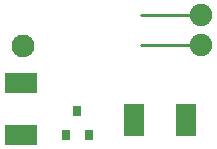
<source format=gtp>
G04 MADE WITH FRITZING*
G04 WWW.FRITZING.ORG*
G04 DOUBLE SIDED*
G04 HOLES PLATED*
G04 CONTOUR ON CENTER OF CONTOUR VECTOR*
%ASAXBY*%
%FSLAX23Y23*%
%MOIN*%
%OFA0B0*%
%SFA1.0B1.0*%
%ADD10C,0.076000*%
%ADD11C,0.074803*%
%ADD12R,0.031496X0.035433*%
%ADD13R,0.106299X0.070866*%
%ADD14R,0.070866X0.106299*%
%ADD15C,0.010000*%
%ADD16R,0.001000X0.001000*%
%LNPASTEMASK1*%
G90*
G70*
G54D10*
X271Y472D03*
X271Y472D03*
G54D11*
X864Y476D03*
X864Y576D03*
X864Y476D03*
X864Y576D03*
X864Y476D03*
X864Y576D03*
G54D12*
X414Y176D03*
X489Y176D03*
X451Y255D03*
G54D13*
X264Y350D03*
X264Y176D03*
G54D14*
X641Y226D03*
X814Y226D03*
G54D15*
X664Y476D02*
X864Y476D01*
D02*
X664Y576D02*
X864Y576D01*
G54D16*
D02*
G04 End of PasteMask1*
M02*
</source>
